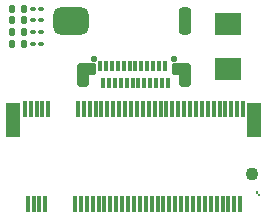
<source format=gbr>
%TF.GenerationSoftware,KiCad,Pcbnew,(6.0.2)*%
%TF.CreationDate,2022-04-22T09:08:27+08:00*%
%TF.ProjectId,usb-nvme,7573622d-6e76-46d6-952e-6b696361645f,rev?*%
%TF.SameCoordinates,Original*%
%TF.FileFunction,Soldermask,Bot*%
%TF.FilePolarity,Negative*%
%FSLAX46Y46*%
G04 Gerber Fmt 4.6, Leading zero omitted, Abs format (unit mm)*
G04 Created by KiCad (PCBNEW (6.0.2)) date 2022-04-22 09:08:27*
%MOMM*%
%LPD*%
G01*
G04 APERTURE LIST*
G04 Aperture macros list*
%AMRoundRect*
0 Rectangle with rounded corners*
0 $1 Rounding radius*
0 $2 $3 $4 $5 $6 $7 $8 $9 X,Y pos of 4 corners*
0 Add a 4 corners polygon primitive as box body*
4,1,4,$2,$3,$4,$5,$6,$7,$8,$9,$2,$3,0*
0 Add four circle primitives for the rounded corners*
1,1,$1+$1,$2,$3*
1,1,$1+$1,$4,$5*
1,1,$1+$1,$6,$7*
1,1,$1+$1,$8,$9*
0 Add four rect primitives between the rounded corners*
20,1,$1+$1,$2,$3,$4,$5,0*
20,1,$1+$1,$4,$5,$6,$7,0*
20,1,$1+$1,$6,$7,$8,$9,0*
20,1,$1+$1,$8,$9,$2,$3,0*%
G04 Aperture macros list end*
%ADD10C,0.000000*%
%ADD11RoundRect,0.147500X-0.147500X-0.172500X0.147500X-0.172500X0.147500X0.172500X-0.147500X0.172500X0*%
%ADD12R,2.286000X1.854500*%
%ADD13RoundRect,0.100000X0.130000X0.100000X-0.130000X0.100000X-0.130000X-0.100000X0.130000X-0.100000X0*%
%ADD14C,1.100000*%
%ADD15R,1.200000X3.000000*%
%ADD16R,0.350000X1.400000*%
%ADD17C,0.550000*%
%ADD18R,0.300000X0.850000*%
%ADD19RoundRect,0.250000X-0.550000X-0.250000X0.550000X-0.250000X0.550000X0.250000X-0.550000X0.250000X0*%
%ADD20RoundRect,0.250000X-0.250000X-0.750000X0.250000X-0.750000X0.250000X0.750000X-0.250000X0.750000X0*%
%ADD21RoundRect,0.575000X-0.925000X-0.575000X0.925000X-0.575000X0.925000X0.575000X-0.925000X0.575000X0*%
%ADD22RoundRect,0.125000X-0.875000X0.125000X-0.875000X-0.125000X0.875000X-0.125000X0.875000X0.125000X0*%
%ADD23RoundRect,0.250000X-0.250000X-0.900000X0.250000X-0.900000X0.250000X0.900000X-0.250000X0.900000X0*%
%ADD24RoundRect,0.147500X0.147500X0.172500X-0.147500X0.172500X-0.147500X-0.172500X0.147500X-0.172500X0*%
G04 APERTURE END LIST*
D10*
G36*
X21500000Y-16350000D02*
G01*
X21300000Y-16350000D01*
X21300000Y-16150000D01*
X21500000Y-16150000D01*
X21500000Y-16350000D01*
G37*
G36*
X21700000Y-16550000D02*
G01*
X21500000Y-16550000D01*
X21500000Y-16350000D01*
X21700000Y-16350000D01*
X21700000Y-16550000D01*
G37*
D11*
%TO.C,D7*%
X715000Y-1700000D03*
X1685000Y-1700000D03*
%TD*%
%TO.C,D6*%
X715000Y-700000D03*
X1685000Y-700000D03*
%TD*%
D12*
%TO.C,L1*%
X19000000Y-2007750D03*
X19000000Y-5792250D03*
%TD*%
D13*
%TO.C,R9*%
X3120000Y-1700000D03*
X2480000Y-1700000D03*
%TD*%
D14*
%TO.C,J2*%
X21000000Y-14725000D03*
D15*
X21200000Y-10100000D03*
X800000Y-10100000D03*
D16*
X20250000Y-9200000D03*
X20000000Y-17200000D03*
X19750000Y-9200000D03*
X19500000Y-17200000D03*
X19250000Y-9200000D03*
X19000000Y-17200000D03*
X18750000Y-9200000D03*
X18500000Y-17200000D03*
X18250000Y-9200000D03*
X18000000Y-17200000D03*
X17750000Y-9200000D03*
X17500000Y-17200000D03*
X17250000Y-9200000D03*
X17000000Y-17200000D03*
X16750000Y-9200000D03*
X16500000Y-17200000D03*
X16250000Y-9200000D03*
X16000000Y-17200000D03*
X15750000Y-9200000D03*
X15500000Y-17200000D03*
X15250000Y-9200000D03*
X15000000Y-17200000D03*
X14750000Y-9200000D03*
X14500000Y-17200000D03*
X14250000Y-9200000D03*
X14000000Y-17200000D03*
X13750000Y-9200000D03*
X13500000Y-17200000D03*
X13250000Y-9200000D03*
X13000000Y-17200000D03*
X12750000Y-9200000D03*
X12500000Y-17200000D03*
X12250000Y-9200000D03*
X12000000Y-17200000D03*
X11750000Y-9200000D03*
X11500000Y-17200000D03*
X11250000Y-9200000D03*
X11000000Y-17200000D03*
X10750000Y-9200000D03*
X10500000Y-17200000D03*
X10250000Y-9200000D03*
X10000000Y-17200000D03*
X9750000Y-9200000D03*
X9500000Y-17200000D03*
X9250000Y-9200000D03*
X9000000Y-17200000D03*
X8750000Y-9200000D03*
X8500000Y-17200000D03*
X8250000Y-9200000D03*
X8000000Y-17200000D03*
X7750000Y-9200000D03*
X7500000Y-17200000D03*
X7250000Y-9200000D03*
X7000000Y-17200000D03*
X6750000Y-9200000D03*
X6500000Y-17200000D03*
X6250000Y-9200000D03*
X6000000Y-17200000D03*
X3750000Y-9200000D03*
X3500000Y-17200000D03*
X3250000Y-9200000D03*
X3000000Y-17200000D03*
X2750000Y-9200000D03*
X2500000Y-17200000D03*
X2250000Y-9200000D03*
X2000000Y-17200000D03*
X1750000Y-9200000D03*
%TD*%
D17*
%TO.C,J1*%
X7600000Y-4947500D03*
X14400000Y-4947500D03*
D18*
X8380000Y-6972500D03*
X8880000Y-6972500D03*
X9380000Y-6972500D03*
X9880000Y-6972500D03*
X10380000Y-6972500D03*
X10880000Y-6972500D03*
X11380000Y-6972500D03*
X11880000Y-6972500D03*
X12380000Y-6972500D03*
X12880000Y-6972500D03*
X13380000Y-6972500D03*
X13880000Y-6972500D03*
X13630000Y-5572500D03*
X13130000Y-5572500D03*
X12630000Y-5572500D03*
X12130000Y-5572500D03*
X11630000Y-5572500D03*
X11130000Y-5572500D03*
X10630000Y-5572500D03*
X10130000Y-5572500D03*
X9630000Y-5572500D03*
X9130000Y-5572500D03*
X8630000Y-5572500D03*
X8130000Y-5572500D03*
D19*
X7000000Y-5797500D03*
D20*
X6680000Y-6297500D03*
D19*
X15000000Y-5787500D03*
D20*
X15320000Y-6287500D03*
D21*
X5680000Y-1747500D03*
D22*
X5680000Y-897500D03*
D23*
X15320000Y-1747500D03*
%TD*%
D13*
%TO.C,R8*%
X3120001Y-700000D03*
X2480001Y-700000D03*
%TD*%
%TO.C,R10*%
X3120000Y-3700000D03*
X2480000Y-3700000D03*
%TD*%
%TO.C,R12*%
X3120000Y-2700001D03*
X2480000Y-2700001D03*
%TD*%
D24*
%TO.C,D9*%
X1685000Y-2700000D03*
X715000Y-2700000D03*
%TD*%
%TO.C,D8*%
X1685000Y-3700000D03*
X715000Y-3700000D03*
%TD*%
M02*

</source>
